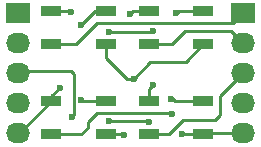
<source format=gbr>
G04 #@! TF.FileFunction,Copper,L1,Top,Signal*
%FSLAX46Y46*%
G04 Gerber Fmt 4.6, Leading zero omitted, Abs format (unit mm)*
G04 Created by KiCad (PCBNEW (2015-08-28 BZR 6132, Git 156d5f5)-product) date 8/29/2015 11:04:07 PM*
%MOMM*%
G01*
G04 APERTURE LIST*
%ADD10C,0.100000*%
%ADD11R,1.750000X0.900000*%
%ADD12R,2.032000X1.727200*%
%ADD13O,2.032000X1.727200*%
%ADD14C,0.600000*%
%ADD15C,0.250000*%
G04 APERTURE END LIST*
D10*
D11*
X145843020Y-105504440D03*
X141220000Y-105504440D03*
X145843020Y-102704440D03*
X141243020Y-102704440D03*
X154098020Y-105504440D03*
X149475000Y-105504440D03*
X154098020Y-102704440D03*
X149498020Y-102704440D03*
X145843020Y-113124440D03*
X141220000Y-113124440D03*
X145843020Y-110324440D03*
X141243020Y-110324440D03*
X154098020Y-113124440D03*
X149475000Y-113124440D03*
X154098020Y-110324440D03*
X149498020Y-110324440D03*
D12*
X138430000Y-102870000D03*
D13*
X138430000Y-105410000D03*
X138430000Y-107950000D03*
X138430000Y-110490000D03*
X138430000Y-113030000D03*
D12*
X157480000Y-102870000D03*
D13*
X157480000Y-105410000D03*
X157480000Y-107950000D03*
X157480000Y-110490000D03*
X157480000Y-113030000D03*
D14*
X148190000Y-108430000D03*
X147420000Y-113200000D03*
X152260000Y-113060000D03*
X141940000Y-109180000D03*
X149840000Y-108960000D03*
X142930000Y-102780000D03*
X147910000Y-102920000D03*
X143780000Y-103880000D03*
X146140000Y-104420000D03*
X149820000Y-104360000D03*
X151810000Y-102860000D03*
X151400000Y-110130000D03*
X149470000Y-112040000D03*
X146120000Y-111980000D03*
X142990000Y-111640000D03*
X143780000Y-110220000D03*
X151470000Y-111410000D03*
D15*
X148190000Y-108430000D02*
X147630000Y-108430000D01*
X145843020Y-106643020D02*
X145843020Y-105504440D01*
X147630000Y-108430000D02*
X145843020Y-106643020D01*
X152592460Y-107010000D02*
X154098020Y-105504440D01*
X149610000Y-107010000D02*
X152592460Y-107010000D01*
X148190000Y-108430000D02*
X149610000Y-107010000D01*
X145843020Y-113124440D02*
X147344440Y-113124440D01*
X147344440Y-113124440D02*
X147420000Y-113200000D01*
X154098020Y-113124440D02*
X152324440Y-113124440D01*
X152324440Y-113124440D02*
X152260000Y-113060000D01*
X157480000Y-113030000D02*
X154192460Y-113030000D01*
X154192460Y-113030000D02*
X154098020Y-113124440D01*
X145843020Y-105838020D02*
X145843020Y-105504440D01*
X138430000Y-113030000D02*
X138537460Y-113030000D01*
X138537460Y-113030000D02*
X141243020Y-110324440D01*
X141940000Y-109180000D02*
X141243020Y-109876980D01*
X141243020Y-109876980D02*
X141243020Y-110324440D01*
X149498020Y-109301980D02*
X149498020Y-110324440D01*
X149840000Y-108960000D02*
X149498020Y-109301980D01*
X142854440Y-102704440D02*
X141243020Y-102704440D01*
X142930000Y-102780000D02*
X142854440Y-102704440D01*
X148125560Y-102704440D02*
X149498020Y-102704440D01*
X147910000Y-102920000D02*
X148125560Y-102704440D01*
X149498020Y-102721980D02*
X149498020Y-102704440D01*
X140500560Y-110324440D02*
X141243020Y-110324440D01*
X145843020Y-102704440D02*
X144955560Y-102704440D01*
X144955560Y-102704440D02*
X143780000Y-103880000D01*
X145843020Y-102704440D02*
X145453560Y-102704440D01*
X154098020Y-102704440D02*
X152045560Y-102704440D01*
X149760000Y-104420000D02*
X146140000Y-104420000D01*
X149820000Y-104360000D02*
X149760000Y-104420000D01*
X151890000Y-102860000D02*
X151810000Y-102860000D01*
X152045560Y-102704440D02*
X151890000Y-102860000D01*
X138600000Y-107780000D02*
X142870000Y-107780000D01*
X151744440Y-110324440D02*
X151550000Y-110130000D01*
X151550000Y-110130000D02*
X151400000Y-110130000D01*
X149470000Y-112040000D02*
X149410000Y-111980000D01*
X149410000Y-111980000D02*
X146120000Y-111980000D01*
X142990000Y-111640000D02*
X143130000Y-111500000D01*
X143130000Y-111500000D02*
X143130000Y-108040000D01*
X143130000Y-108040000D02*
X142870000Y-107780000D01*
X151744440Y-110324440D02*
X154098020Y-110324440D01*
X138600000Y-107780000D02*
X138430000Y-107950000D01*
X145843020Y-110324440D02*
X143884440Y-110324440D01*
X143884440Y-110324440D02*
X143780000Y-110220000D01*
X145843020Y-110324440D02*
X145503440Y-110324440D01*
X141220000Y-105504440D02*
X143295560Y-105504440D01*
X145070000Y-103730000D02*
X156620000Y-103730000D01*
X143295560Y-105504440D02*
X145070000Y-103730000D01*
X156620000Y-103730000D02*
X157480000Y-102870000D01*
X149475000Y-105504440D02*
X151415560Y-105504440D01*
X156430000Y-104360000D02*
X157480000Y-105410000D01*
X152560000Y-104360000D02*
X156430000Y-104360000D01*
X151415560Y-105504440D02*
X152560000Y-104360000D01*
X149475000Y-113124440D02*
X151155560Y-113124440D01*
X155530000Y-109900000D02*
X157480000Y-107950000D01*
X155530000Y-111470000D02*
X155530000Y-109900000D01*
X155080000Y-111920000D02*
X155530000Y-111470000D01*
X152360000Y-111920000D02*
X155080000Y-111920000D01*
X151155560Y-113124440D02*
X152360000Y-111920000D01*
X141220000Y-113124440D02*
X143775560Y-113124440D01*
X151410000Y-111350000D02*
X151470000Y-111410000D01*
X145070000Y-111350000D02*
X151410000Y-111350000D01*
X144350000Y-112070000D02*
X145070000Y-111350000D01*
X144350000Y-112550000D02*
X144350000Y-112070000D01*
X143775560Y-113124440D02*
X144350000Y-112550000D01*
M02*

</source>
